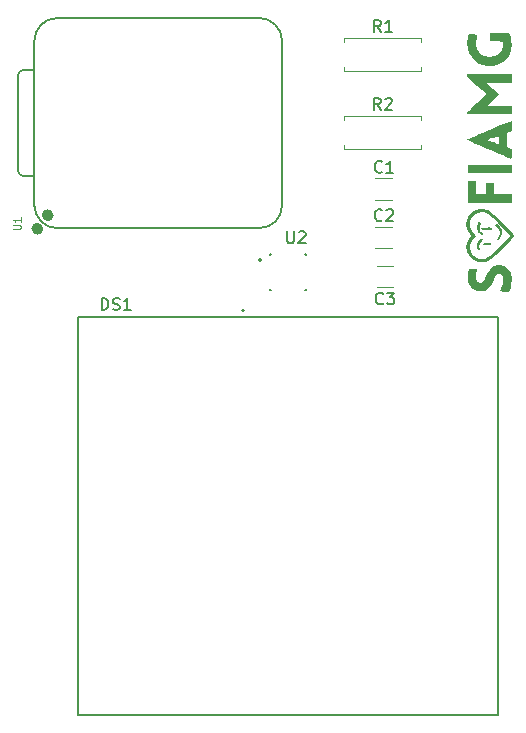
<source format=gbr>
%TF.GenerationSoftware,KiCad,Pcbnew,9.0.2*%
%TF.CreationDate,2025-08-03T00:22:43-03:00*%
%TF.ProjectId,hermes,6865726d-6573-42e6-9b69-6361645f7063,rev?*%
%TF.SameCoordinates,Original*%
%TF.FileFunction,Legend,Top*%
%TF.FilePolarity,Positive*%
%FSLAX46Y46*%
G04 Gerber Fmt 4.6, Leading zero omitted, Abs format (unit mm)*
G04 Created by KiCad (PCBNEW 9.0.2) date 2025-08-03 00:22:43*
%MOMM*%
%LPD*%
G01*
G04 APERTURE LIST*
%ADD10C,0.150000*%
%ADD11C,0.101600*%
%ADD12C,0.120000*%
%ADD13C,0.127000*%
%ADD14C,0.200000*%
%ADD15C,0.100000*%
%ADD16C,0.504000*%
%ADD17C,0.000000*%
G04 APERTURE END LIST*
D10*
X143893333Y-45509580D02*
X143845714Y-45557200D01*
X143845714Y-45557200D02*
X143702857Y-45604819D01*
X143702857Y-45604819D02*
X143607619Y-45604819D01*
X143607619Y-45604819D02*
X143464762Y-45557200D01*
X143464762Y-45557200D02*
X143369524Y-45461961D01*
X143369524Y-45461961D02*
X143321905Y-45366723D01*
X143321905Y-45366723D02*
X143274286Y-45176247D01*
X143274286Y-45176247D02*
X143274286Y-45033390D01*
X143274286Y-45033390D02*
X143321905Y-44842914D01*
X143321905Y-44842914D02*
X143369524Y-44747676D01*
X143369524Y-44747676D02*
X143464762Y-44652438D01*
X143464762Y-44652438D02*
X143607619Y-44604819D01*
X143607619Y-44604819D02*
X143702857Y-44604819D01*
X143702857Y-44604819D02*
X143845714Y-44652438D01*
X143845714Y-44652438D02*
X143893333Y-44700057D01*
X144845714Y-45604819D02*
X144274286Y-45604819D01*
X144560000Y-45604819D02*
X144560000Y-44604819D01*
X144560000Y-44604819D02*
X144464762Y-44747676D01*
X144464762Y-44747676D02*
X144369524Y-44842914D01*
X144369524Y-44842914D02*
X144274286Y-44890533D01*
X143993333Y-56659580D02*
X143945714Y-56707200D01*
X143945714Y-56707200D02*
X143802857Y-56754819D01*
X143802857Y-56754819D02*
X143707619Y-56754819D01*
X143707619Y-56754819D02*
X143564762Y-56707200D01*
X143564762Y-56707200D02*
X143469524Y-56611961D01*
X143469524Y-56611961D02*
X143421905Y-56516723D01*
X143421905Y-56516723D02*
X143374286Y-56326247D01*
X143374286Y-56326247D02*
X143374286Y-56183390D01*
X143374286Y-56183390D02*
X143421905Y-55992914D01*
X143421905Y-55992914D02*
X143469524Y-55897676D01*
X143469524Y-55897676D02*
X143564762Y-55802438D01*
X143564762Y-55802438D02*
X143707619Y-55754819D01*
X143707619Y-55754819D02*
X143802857Y-55754819D01*
X143802857Y-55754819D02*
X143945714Y-55802438D01*
X143945714Y-55802438D02*
X143993333Y-55850057D01*
X144326667Y-55754819D02*
X144945714Y-55754819D01*
X144945714Y-55754819D02*
X144612381Y-56135771D01*
X144612381Y-56135771D02*
X144755238Y-56135771D01*
X144755238Y-56135771D02*
X144850476Y-56183390D01*
X144850476Y-56183390D02*
X144898095Y-56231009D01*
X144898095Y-56231009D02*
X144945714Y-56326247D01*
X144945714Y-56326247D02*
X144945714Y-56564342D01*
X144945714Y-56564342D02*
X144898095Y-56659580D01*
X144898095Y-56659580D02*
X144850476Y-56707200D01*
X144850476Y-56707200D02*
X144755238Y-56754819D01*
X144755238Y-56754819D02*
X144469524Y-56754819D01*
X144469524Y-56754819D02*
X144374286Y-56707200D01*
X144374286Y-56707200D02*
X144326667Y-56659580D01*
X135863095Y-50569819D02*
X135863095Y-51379342D01*
X135863095Y-51379342D02*
X135910714Y-51474580D01*
X135910714Y-51474580D02*
X135958333Y-51522200D01*
X135958333Y-51522200D02*
X136053571Y-51569819D01*
X136053571Y-51569819D02*
X136244047Y-51569819D01*
X136244047Y-51569819D02*
X136339285Y-51522200D01*
X136339285Y-51522200D02*
X136386904Y-51474580D01*
X136386904Y-51474580D02*
X136434523Y-51379342D01*
X136434523Y-51379342D02*
X136434523Y-50569819D01*
X136863095Y-50665057D02*
X136910714Y-50617438D01*
X136910714Y-50617438D02*
X137005952Y-50569819D01*
X137005952Y-50569819D02*
X137244047Y-50569819D01*
X137244047Y-50569819D02*
X137339285Y-50617438D01*
X137339285Y-50617438D02*
X137386904Y-50665057D01*
X137386904Y-50665057D02*
X137434523Y-50760295D01*
X137434523Y-50760295D02*
X137434523Y-50855533D01*
X137434523Y-50855533D02*
X137386904Y-50998390D01*
X137386904Y-50998390D02*
X136815476Y-51569819D01*
X136815476Y-51569819D02*
X137434523Y-51569819D01*
D11*
X112671979Y-50383809D02*
X113186026Y-50383809D01*
X113186026Y-50383809D02*
X113246502Y-50353571D01*
X113246502Y-50353571D02*
X113276741Y-50323333D01*
X113276741Y-50323333D02*
X113306979Y-50262857D01*
X113306979Y-50262857D02*
X113306979Y-50141904D01*
X113306979Y-50141904D02*
X113276741Y-50081428D01*
X113276741Y-50081428D02*
X113246502Y-50051190D01*
X113246502Y-50051190D02*
X113186026Y-50020952D01*
X113186026Y-50020952D02*
X112671979Y-50020952D01*
X113306979Y-49385952D02*
X113306979Y-49748809D01*
X113306979Y-49567381D02*
X112671979Y-49567381D01*
X112671979Y-49567381D02*
X112762693Y-49627857D01*
X112762693Y-49627857D02*
X112823169Y-49688333D01*
X112823169Y-49688333D02*
X112853407Y-49748809D01*
D10*
X143793333Y-33684819D02*
X143460000Y-33208628D01*
X143221905Y-33684819D02*
X143221905Y-32684819D01*
X143221905Y-32684819D02*
X143602857Y-32684819D01*
X143602857Y-32684819D02*
X143698095Y-32732438D01*
X143698095Y-32732438D02*
X143745714Y-32780057D01*
X143745714Y-32780057D02*
X143793333Y-32875295D01*
X143793333Y-32875295D02*
X143793333Y-33018152D01*
X143793333Y-33018152D02*
X143745714Y-33113390D01*
X143745714Y-33113390D02*
X143698095Y-33161009D01*
X143698095Y-33161009D02*
X143602857Y-33208628D01*
X143602857Y-33208628D02*
X143221905Y-33208628D01*
X144745714Y-33684819D02*
X144174286Y-33684819D01*
X144460000Y-33684819D02*
X144460000Y-32684819D01*
X144460000Y-32684819D02*
X144364762Y-32827676D01*
X144364762Y-32827676D02*
X144269524Y-32922914D01*
X144269524Y-32922914D02*
X144174286Y-32970533D01*
X120160714Y-57219819D02*
X120160714Y-56219819D01*
X120160714Y-56219819D02*
X120398809Y-56219819D01*
X120398809Y-56219819D02*
X120541666Y-56267438D01*
X120541666Y-56267438D02*
X120636904Y-56362676D01*
X120636904Y-56362676D02*
X120684523Y-56457914D01*
X120684523Y-56457914D02*
X120732142Y-56648390D01*
X120732142Y-56648390D02*
X120732142Y-56791247D01*
X120732142Y-56791247D02*
X120684523Y-56981723D01*
X120684523Y-56981723D02*
X120636904Y-57076961D01*
X120636904Y-57076961D02*
X120541666Y-57172200D01*
X120541666Y-57172200D02*
X120398809Y-57219819D01*
X120398809Y-57219819D02*
X120160714Y-57219819D01*
X121113095Y-57172200D02*
X121255952Y-57219819D01*
X121255952Y-57219819D02*
X121494047Y-57219819D01*
X121494047Y-57219819D02*
X121589285Y-57172200D01*
X121589285Y-57172200D02*
X121636904Y-57124580D01*
X121636904Y-57124580D02*
X121684523Y-57029342D01*
X121684523Y-57029342D02*
X121684523Y-56934104D01*
X121684523Y-56934104D02*
X121636904Y-56838866D01*
X121636904Y-56838866D02*
X121589285Y-56791247D01*
X121589285Y-56791247D02*
X121494047Y-56743628D01*
X121494047Y-56743628D02*
X121303571Y-56696009D01*
X121303571Y-56696009D02*
X121208333Y-56648390D01*
X121208333Y-56648390D02*
X121160714Y-56600771D01*
X121160714Y-56600771D02*
X121113095Y-56505533D01*
X121113095Y-56505533D02*
X121113095Y-56410295D01*
X121113095Y-56410295D02*
X121160714Y-56315057D01*
X121160714Y-56315057D02*
X121208333Y-56267438D01*
X121208333Y-56267438D02*
X121303571Y-56219819D01*
X121303571Y-56219819D02*
X121541666Y-56219819D01*
X121541666Y-56219819D02*
X121684523Y-56267438D01*
X122636904Y-57219819D02*
X122065476Y-57219819D01*
X122351190Y-57219819D02*
X122351190Y-56219819D01*
X122351190Y-56219819D02*
X122255952Y-56362676D01*
X122255952Y-56362676D02*
X122160714Y-56457914D01*
X122160714Y-56457914D02*
X122065476Y-56505533D01*
X143783333Y-40284819D02*
X143450000Y-39808628D01*
X143211905Y-40284819D02*
X143211905Y-39284819D01*
X143211905Y-39284819D02*
X143592857Y-39284819D01*
X143592857Y-39284819D02*
X143688095Y-39332438D01*
X143688095Y-39332438D02*
X143735714Y-39380057D01*
X143735714Y-39380057D02*
X143783333Y-39475295D01*
X143783333Y-39475295D02*
X143783333Y-39618152D01*
X143783333Y-39618152D02*
X143735714Y-39713390D01*
X143735714Y-39713390D02*
X143688095Y-39761009D01*
X143688095Y-39761009D02*
X143592857Y-39808628D01*
X143592857Y-39808628D02*
X143211905Y-39808628D01*
X144164286Y-39380057D02*
X144211905Y-39332438D01*
X144211905Y-39332438D02*
X144307143Y-39284819D01*
X144307143Y-39284819D02*
X144545238Y-39284819D01*
X144545238Y-39284819D02*
X144640476Y-39332438D01*
X144640476Y-39332438D02*
X144688095Y-39380057D01*
X144688095Y-39380057D02*
X144735714Y-39475295D01*
X144735714Y-39475295D02*
X144735714Y-39570533D01*
X144735714Y-39570533D02*
X144688095Y-39713390D01*
X144688095Y-39713390D02*
X144116667Y-40284819D01*
X144116667Y-40284819D02*
X144735714Y-40284819D01*
X143893333Y-49609580D02*
X143845714Y-49657200D01*
X143845714Y-49657200D02*
X143702857Y-49704819D01*
X143702857Y-49704819D02*
X143607619Y-49704819D01*
X143607619Y-49704819D02*
X143464762Y-49657200D01*
X143464762Y-49657200D02*
X143369524Y-49561961D01*
X143369524Y-49561961D02*
X143321905Y-49466723D01*
X143321905Y-49466723D02*
X143274286Y-49276247D01*
X143274286Y-49276247D02*
X143274286Y-49133390D01*
X143274286Y-49133390D02*
X143321905Y-48942914D01*
X143321905Y-48942914D02*
X143369524Y-48847676D01*
X143369524Y-48847676D02*
X143464762Y-48752438D01*
X143464762Y-48752438D02*
X143607619Y-48704819D01*
X143607619Y-48704819D02*
X143702857Y-48704819D01*
X143702857Y-48704819D02*
X143845714Y-48752438D01*
X143845714Y-48752438D02*
X143893333Y-48800057D01*
X144274286Y-48800057D02*
X144321905Y-48752438D01*
X144321905Y-48752438D02*
X144417143Y-48704819D01*
X144417143Y-48704819D02*
X144655238Y-48704819D01*
X144655238Y-48704819D02*
X144750476Y-48752438D01*
X144750476Y-48752438D02*
X144798095Y-48800057D01*
X144798095Y-48800057D02*
X144845714Y-48895295D01*
X144845714Y-48895295D02*
X144845714Y-48990533D01*
X144845714Y-48990533D02*
X144798095Y-49133390D01*
X144798095Y-49133390D02*
X144226667Y-49704819D01*
X144226667Y-49704819D02*
X144845714Y-49704819D01*
D12*
%TO.C,C1*%
X143348748Y-46090000D02*
X144771252Y-46090000D01*
X143348748Y-47910000D02*
X144771252Y-47910000D01*
%TO.C,C3*%
X143448748Y-53490000D02*
X144871252Y-53490000D01*
X143448748Y-55310000D02*
X144871252Y-55310000D01*
D13*
%TO.C,U2*%
X134450000Y-52500000D02*
X134450000Y-52570000D01*
X134450000Y-52500000D02*
X134520000Y-52500000D01*
X134450000Y-55500000D02*
X134450000Y-55430000D01*
X134450000Y-55500000D02*
X134520000Y-55500000D01*
X137450000Y-52500000D02*
X137380000Y-52500000D01*
X137450000Y-52500000D02*
X137450000Y-52570000D01*
X137450000Y-55500000D02*
X137380000Y-55500000D01*
X137450000Y-55500000D02*
X137450000Y-55430000D01*
D14*
X133665000Y-53000000D02*
G75*
G02*
X133465000Y-53000000I-100000J0D01*
G01*
X133465000Y-53000000D02*
G75*
G02*
X133665000Y-53000000I100000J0D01*
G01*
D13*
%TO.C,U1*%
X113067500Y-45391272D02*
X113067500Y-37396000D01*
X113567500Y-36896000D02*
X114477500Y-36896000D01*
D15*
X114477500Y-34415000D02*
X114477500Y-48385000D01*
D13*
X114477500Y-34415000D02*
X114477500Y-48385000D01*
X114477500Y-45895000D02*
X113567228Y-45891272D01*
X133527500Y-32510000D02*
X116382500Y-32510000D01*
X133527500Y-50290000D02*
X116382500Y-50290000D01*
X135432500Y-48385000D02*
X135432500Y-34415000D01*
X113067500Y-37396000D02*
G75*
G02*
X113567500Y-36896000I500000J0D01*
G01*
X113567228Y-45891272D02*
G75*
G02*
X113067501Y-45391272I291J500018D01*
G01*
X114477500Y-34415000D02*
G75*
G02*
X116382500Y-32510000I1905000J0D01*
G01*
X116382500Y-50290000D02*
G75*
G02*
X114477500Y-48385000I1J1905001D01*
G01*
X133527500Y-32510000D02*
G75*
G02*
X135432500Y-34415000I0J-1905000D01*
G01*
X135432500Y-48385000D02*
G75*
G02*
X133527500Y-50290000I-1905001J1D01*
G01*
D16*
X114970500Y-50350000D02*
G75*
G02*
X114466500Y-50350000I-252000J0D01*
G01*
X114466500Y-50350000D02*
G75*
G02*
X114970500Y-50350000I252000J0D01*
G01*
X115850500Y-49207000D02*
G75*
G02*
X115346500Y-49207000I-252000J0D01*
G01*
X115346500Y-49207000D02*
G75*
G02*
X115850500Y-49207000I252000J0D01*
G01*
D12*
%TO.C,R1*%
X140690000Y-34230000D02*
X147230000Y-34230000D01*
X140690000Y-34560000D02*
X140690000Y-34230000D01*
X140690000Y-36640000D02*
X140690000Y-36970000D01*
X140690000Y-36970000D02*
X147230000Y-36970000D01*
X147230000Y-34230000D02*
X147230000Y-34560000D01*
X147230000Y-36970000D02*
X147230000Y-36640000D01*
D13*
%TO.C,DS1*%
X118200000Y-57800000D02*
X153700000Y-57800000D01*
X118200000Y-91500000D02*
X118200000Y-57800000D01*
X153700000Y-57800000D02*
X153700000Y-91500000D01*
X153700000Y-91500000D02*
X118200000Y-91500000D01*
D14*
X132240000Y-57250000D02*
G75*
G02*
X132040000Y-57250000I-100000J0D01*
G01*
X132040000Y-57250000D02*
G75*
G02*
X132240000Y-57250000I100000J0D01*
G01*
D12*
%TO.C,R2*%
X140680000Y-40830000D02*
X147220000Y-40830000D01*
X140680000Y-41160000D02*
X140680000Y-40830000D01*
X140680000Y-43240000D02*
X140680000Y-43570000D01*
X140680000Y-43570000D02*
X147220000Y-43570000D01*
X147220000Y-40830000D02*
X147220000Y-41160000D01*
X147220000Y-43570000D02*
X147220000Y-43240000D01*
%TO.C,C2*%
X143348748Y-50190000D02*
X144771252Y-50190000D01*
X143348748Y-52010000D02*
X144771252Y-52010000D01*
D17*
%TO.C,G\u002A\u002A\u002A*%
G36*
X154891240Y-45315876D02*
G01*
X154891240Y-45663504D01*
X153037226Y-45663504D01*
X151183211Y-45663504D01*
X151183211Y-45315876D01*
X151183211Y-44968249D01*
X153037226Y-44968249D01*
X154891240Y-44968249D01*
X154891240Y-45315876D01*
G37*
G36*
X153059451Y-51559838D02*
G01*
X153112205Y-51578688D01*
X153129030Y-51615303D01*
X153129927Y-51634827D01*
X153104547Y-51700410D01*
X153015040Y-51738618D01*
X152956113Y-51749295D01*
X152784794Y-51760144D01*
X152621685Y-51746417D01*
X152491481Y-51712982D01*
X152418879Y-51664710D01*
X152411496Y-51641915D01*
X152432173Y-51604957D01*
X152504622Y-51580785D01*
X152644471Y-51565820D01*
X152770711Y-51559638D01*
X152951906Y-51554804D01*
X153059451Y-51559838D01*
G37*
G36*
X151878467Y-46868614D02*
G01*
X151878467Y-47424818D01*
X152272445Y-47424818D01*
X152666423Y-47424818D01*
X152666423Y-46961314D01*
X152666423Y-46497811D01*
X153037226Y-46497811D01*
X153408029Y-46497811D01*
X153408029Y-46961314D01*
X153408029Y-47424818D01*
X154149635Y-47424818D01*
X154891240Y-47424818D01*
X154891240Y-47795621D01*
X154891240Y-48166424D01*
X153037226Y-48166424D01*
X151183211Y-48166424D01*
X151183211Y-47239416D01*
X151183211Y-46312409D01*
X151530839Y-46312409D01*
X151878467Y-46312409D01*
X151878467Y-46868614D01*
G37*
G36*
X153089124Y-50254015D02*
G01*
X153185217Y-50285863D01*
X153221584Y-50338256D01*
X153222627Y-50352021D01*
X153186099Y-50404497D01*
X153161021Y-50417791D01*
X153089112Y-50426959D01*
X152949692Y-50431239D01*
X152767851Y-50430097D01*
X152686451Y-50427924D01*
X152484032Y-50418543D01*
X152357075Y-50404037D01*
X152288352Y-50380730D01*
X152260636Y-50344948D01*
X152258627Y-50336664D01*
X152262722Y-50299541D01*
X152302719Y-50274838D01*
X152394655Y-50258972D01*
X152554567Y-50248357D01*
X152675259Y-50243531D01*
X152922680Y-50240606D01*
X153089124Y-50254015D01*
G37*
G36*
X152401680Y-51180871D02*
G01*
X152411604Y-51256118D01*
X152353299Y-51370379D01*
X152264209Y-51501688D01*
X152183436Y-51617633D01*
X152125731Y-51721052D01*
X152125229Y-51817827D01*
X152148673Y-51893246D01*
X152193969Y-52042127D01*
X152194023Y-52123721D01*
X152148152Y-52152033D01*
X152136022Y-52152555D01*
X152048339Y-52110686D01*
X151974977Y-52002993D01*
X151931036Y-51856352D01*
X151924817Y-51776677D01*
X151950067Y-51639041D01*
X152015338Y-51483449D01*
X152104911Y-51334912D01*
X152203065Y-51218437D01*
X152294082Y-51159034D01*
X152314933Y-51156022D01*
X152401680Y-51180871D01*
G37*
G36*
X153665581Y-49963784D02*
G01*
X153770933Y-50056890D01*
X153884028Y-50184503D01*
X153984990Y-50324075D01*
X154053943Y-50453054D01*
X154056388Y-50459331D01*
X154097912Y-50631022D01*
X154080148Y-50801253D01*
X154016353Y-50972111D01*
X153911148Y-51161016D01*
X153802182Y-51280036D01*
X153705995Y-51318249D01*
X153650415Y-51285524D01*
X153645924Y-51206923D01*
X153689451Y-51111803D01*
X153732677Y-51063145D01*
X153806435Y-50962395D01*
X153866692Y-50824368D01*
X153873310Y-50801792D01*
X153891732Y-50632131D01*
X153843597Y-50474596D01*
X153721028Y-50309615D01*
X153643919Y-50231931D01*
X153543962Y-50113093D01*
X153503530Y-50012193D01*
X153525626Y-49945515D01*
X153587847Y-49927738D01*
X153665581Y-49963784D01*
G37*
G36*
X152188176Y-49785154D02*
G01*
X152259415Y-49853320D01*
X152272117Y-49880356D01*
X152272823Y-49977800D01*
X152239661Y-50108862D01*
X152228138Y-50138572D01*
X152172486Y-50294417D01*
X152169147Y-50405454D01*
X152225065Y-50507716D01*
X152318795Y-50609088D01*
X152429465Y-50728409D01*
X152474730Y-50805679D01*
X152461480Y-50856869D01*
X152434766Y-50877861D01*
X152358556Y-50876865D01*
X152250826Y-50822671D01*
X152139117Y-50733537D01*
X152050967Y-50627717D01*
X152046647Y-50620592D01*
X152003202Y-50512567D01*
X151983438Y-50362945D01*
X151984166Y-50147225D01*
X151984366Y-50142119D01*
X151994664Y-49970392D01*
X152009185Y-49836912D01*
X152025057Y-49766863D01*
X152027551Y-49763203D01*
X152097544Y-49748723D01*
X152188176Y-49785154D01*
G37*
G36*
X154891240Y-37644891D02*
G01*
X154891240Y-38015694D01*
X153836770Y-38016731D01*
X152782299Y-38017768D01*
X153289408Y-38494723D01*
X153796518Y-38971678D01*
X153289408Y-39465489D01*
X152782299Y-39959300D01*
X153836770Y-39960854D01*
X154891240Y-39962409D01*
X154891240Y-40310037D01*
X154891240Y-40657665D01*
X152990875Y-40657665D01*
X152521591Y-40657537D01*
X152136658Y-40656891D01*
X151827728Y-40655331D01*
X151586453Y-40652463D01*
X151404483Y-40647892D01*
X151273471Y-40641223D01*
X151185066Y-40632061D01*
X151130921Y-40620010D01*
X151102687Y-40604677D01*
X151092014Y-40585667D01*
X151090511Y-40567777D01*
X151125983Y-40504178D01*
X151230483Y-40384973D01*
X151401131Y-40213063D01*
X151635052Y-39991350D01*
X151922319Y-39729077D01*
X152754127Y-38980265D01*
X151922319Y-38232443D01*
X151638097Y-37974331D01*
X151419625Y-37769683D01*
X151261314Y-37612766D01*
X151157574Y-37497849D01*
X151102815Y-37419198D01*
X151090511Y-37379355D01*
X151090511Y-37274088D01*
X152990875Y-37274088D01*
X154891240Y-37274088D01*
X154891240Y-37644891D01*
G37*
G36*
X153859945Y-33761978D02*
G01*
X154682664Y-33774635D01*
X154785311Y-34075913D01*
X154865592Y-34424893D01*
X154886144Y-34800660D01*
X154846414Y-35164685D01*
X154803342Y-35331593D01*
X154640571Y-35697076D01*
X154408749Y-36006770D01*
X154116891Y-36254881D01*
X153774013Y-36435609D01*
X153389130Y-36543158D01*
X152971259Y-36571729D01*
X152881745Y-36567264D01*
X152476263Y-36501678D01*
X152121215Y-36362441D01*
X151804968Y-36144756D01*
X151759626Y-36104554D01*
X151494966Y-35801619D01*
X151300862Y-35447472D01*
X151180907Y-35055005D01*
X151138695Y-34637113D01*
X151177819Y-34206690D01*
X151200624Y-34099088D01*
X151255488Y-33867336D01*
X151509039Y-33879180D01*
X151726368Y-33893197D01*
X151864552Y-33914193D01*
X151937127Y-33947217D01*
X151957631Y-33997317D01*
X151948882Y-34043252D01*
X151930668Y-34137204D01*
X151911486Y-34293179D01*
X151894970Y-34480614D01*
X151892355Y-34518456D01*
X151883417Y-34725761D01*
X151892199Y-34877124D01*
X151923329Y-35008371D01*
X151971700Y-35132936D01*
X152135345Y-35407632D01*
X152357715Y-35611421D01*
X152635272Y-35742077D01*
X152964477Y-35797371D01*
X153029760Y-35799154D01*
X153353167Y-35760465D01*
X153638047Y-35644983D01*
X153873407Y-35461139D01*
X154048253Y-35217362D01*
X154147406Y-34942034D01*
X154171028Y-34785325D01*
X154174029Y-34648221D01*
X154167928Y-34605994D01*
X154152857Y-34558226D01*
X154125238Y-34526279D01*
X154068743Y-34506972D01*
X153967042Y-34497122D01*
X153803806Y-34493547D01*
X153588405Y-34493066D01*
X153037226Y-34493066D01*
X153037226Y-34121194D01*
X153037226Y-33749321D01*
X153859945Y-33761978D01*
G37*
G36*
X154891240Y-41631180D02*
G01*
X154891240Y-42040509D01*
X154681400Y-42120647D01*
X154471559Y-42200786D01*
X154484411Y-42827081D01*
X154497262Y-43453376D01*
X154694251Y-43525135D01*
X154891240Y-43596895D01*
X154891240Y-44008332D01*
X154886932Y-44188366D01*
X154875396Y-44324734D01*
X154858714Y-44397646D01*
X154849559Y-44404319D01*
X154666775Y-44334564D01*
X154429499Y-44240939D01*
X154148016Y-44127758D01*
X153832609Y-43999336D01*
X153763775Y-43971044D01*
X153493563Y-43859984D01*
X153141161Y-43714018D01*
X152785687Y-43565751D01*
X152437426Y-43419495D01*
X152106661Y-43279565D01*
X151803676Y-43150274D01*
X151538756Y-43035936D01*
X151322184Y-42940865D01*
X151164244Y-42869373D01*
X151075221Y-42825774D01*
X151059173Y-42814463D01*
X151061473Y-42812906D01*
X152859600Y-42812906D01*
X152882418Y-42841673D01*
X152965849Y-42883392D01*
X152972860Y-42886188D01*
X153077749Y-42925527D01*
X153225068Y-42978486D01*
X153390620Y-43036670D01*
X153550211Y-43091685D01*
X153679644Y-43135136D01*
X153754723Y-43158629D01*
X153763775Y-43160584D01*
X153770980Y-43118017D01*
X153776307Y-43005438D01*
X153778769Y-42845531D01*
X153778832Y-42813789D01*
X153778832Y-42466994D01*
X153329532Y-42629633D01*
X153140587Y-42699231D01*
X152986564Y-42758231D01*
X152886823Y-42799082D01*
X152859600Y-42812906D01*
X151061473Y-42812906D01*
X151105020Y-42783429D01*
X151223066Y-42724981D01*
X151399192Y-42645514D01*
X151619283Y-42551427D01*
X151835477Y-42462682D01*
X152101003Y-42355457D01*
X152428876Y-42222758D01*
X152795604Y-42074113D01*
X153177693Y-41919045D01*
X153551651Y-41767082D01*
X153744069Y-41688798D01*
X154891240Y-41221852D01*
X154891240Y-41631180D01*
G37*
G36*
X153936741Y-53442668D02*
G01*
X154207848Y-53516314D01*
X154455003Y-53653756D01*
X154660721Y-53846857D01*
X154807516Y-54087478D01*
X154845959Y-54195700D01*
X154885298Y-54432190D01*
X154889973Y-54718153D01*
X154861931Y-55017895D01*
X154803118Y-55295721D01*
X154782396Y-55361815D01*
X154727377Y-55517860D01*
X154682555Y-55635174D01*
X154657032Y-55690027D01*
X154656129Y-55690979D01*
X154604121Y-55693582D01*
X154483259Y-55685712D01*
X154316590Y-55669031D01*
X154260444Y-55662477D01*
X153884574Y-55617174D01*
X153989645Y-55426014D01*
X154073176Y-55232951D01*
X154138065Y-55006007D01*
X154176870Y-54780299D01*
X154182145Y-54590946D01*
X154176071Y-54546449D01*
X154104317Y-54357188D01*
X153982004Y-54221938D01*
X153867284Y-54168423D01*
X153725526Y-54179650D01*
X153585975Y-54278664D01*
X153453526Y-54460594D01*
X153346028Y-54687190D01*
X153175625Y-55045469D01*
X152981846Y-55316390D01*
X152760926Y-55503200D01*
X152509103Y-55609142D01*
X152243499Y-55637933D01*
X151916346Y-55594495D01*
X151641803Y-55478450D01*
X151424032Y-55296224D01*
X151267198Y-55054244D01*
X151175462Y-54758936D01*
X151152988Y-54416726D01*
X151203940Y-54034041D01*
X151204085Y-54033389D01*
X151248203Y-53851724D01*
X151285326Y-53746196D01*
X151322703Y-53701341D01*
X151360627Y-53699515D01*
X151447637Y-53716289D01*
X151590716Y-53737137D01*
X151709043Y-53751730D01*
X151859584Y-53771862D01*
X151936917Y-53795100D01*
X151960246Y-53831841D01*
X151951527Y-53882990D01*
X151875131Y-54198354D01*
X151846448Y-54444489D01*
X151866041Y-54631978D01*
X151934470Y-54771406D01*
X152002317Y-54838868D01*
X152159689Y-54921622D01*
X152309182Y-54914964D01*
X152451962Y-54818093D01*
X152589192Y-54630205D01*
X152722037Y-54350499D01*
X152726181Y-54340142D01*
X152869646Y-54051377D01*
X153049285Y-53800938D01*
X153248869Y-53608812D01*
X153392614Y-53519315D01*
X153659168Y-53440956D01*
X153936741Y-53442668D01*
G37*
G36*
X152807460Y-48727234D02*
G01*
X152944525Y-48786459D01*
X153055559Y-48859315D01*
X153211729Y-48984116D01*
X153403097Y-49150902D01*
X153619725Y-49349712D01*
X153851675Y-49570586D01*
X154089010Y-49803563D01*
X154321791Y-50038683D01*
X154540080Y-50265986D01*
X154733939Y-50475512D01*
X154893431Y-50657299D01*
X155008617Y-50801387D01*
X155069560Y-50897817D01*
X155076642Y-50923388D01*
X155061325Y-50974866D01*
X155011578Y-51053429D01*
X154921705Y-51165528D01*
X154786011Y-51317616D01*
X154598800Y-51516144D01*
X154354377Y-51767565D01*
X154138047Y-51986698D01*
X153820284Y-52304901D01*
X153556607Y-52562042D01*
X153337561Y-52764557D01*
X153153694Y-52918885D01*
X152995551Y-53031463D01*
X152853679Y-53108728D01*
X152718626Y-53157119D01*
X152580936Y-53183071D01*
X152431157Y-53193023D01*
X152365146Y-53193969D01*
X152363410Y-53193772D01*
X152012222Y-53153978D01*
X151702724Y-53033504D01*
X151442915Y-52836859D01*
X151239057Y-52568353D01*
X151135920Y-52347805D01*
X151082342Y-52165854D01*
X151049286Y-51978756D01*
X151047149Y-51944941D01*
X151352578Y-51944941D01*
X151401720Y-52222381D01*
X151523118Y-52469125D01*
X151706677Y-52672218D01*
X151942301Y-52818709D01*
X152219893Y-52895644D01*
X152363410Y-52904079D01*
X152495305Y-52896884D01*
X152618205Y-52873300D01*
X152741624Y-52826566D01*
X152875078Y-52749922D01*
X153028079Y-52636608D01*
X153210142Y-52479862D01*
X153430782Y-52272926D01*
X153699513Y-52009037D01*
X153886574Y-51821781D01*
X154759097Y-50944469D01*
X154482814Y-50633092D01*
X154355402Y-50494856D01*
X154178919Y-50310789D01*
X153971251Y-50099170D01*
X153750283Y-49878281D01*
X153596473Y-49727155D01*
X153320166Y-49464343D01*
X153092212Y-49264383D01*
X152900618Y-49119760D01*
X152733389Y-49022955D01*
X152578535Y-48966451D01*
X152424062Y-48942732D01*
X152341970Y-48940833D01*
X152056815Y-48986346D01*
X151804958Y-49106383D01*
X151597599Y-49287112D01*
X151445935Y-49514700D01*
X151361164Y-49775315D01*
X151354484Y-50055126D01*
X151369638Y-50141895D01*
X151428420Y-50342427D01*
X151516179Y-50509040D01*
X151653495Y-50677083D01*
X151722799Y-50748518D01*
X151816933Y-50852839D01*
X151849614Y-50925844D01*
X151832230Y-50993559D01*
X151831009Y-50995865D01*
X151775501Y-51068097D01*
X151740144Y-51086497D01*
X151673675Y-51125906D01*
X151589440Y-51228295D01*
X151502387Y-51369908D01*
X151427460Y-51526986D01*
X151385788Y-51649758D01*
X151352578Y-51944941D01*
X151047149Y-51944941D01*
X151044160Y-51897628D01*
X151072932Y-51671692D01*
X151148978Y-51420881D01*
X151256894Y-51188619D01*
X151339635Y-51064659D01*
X151450394Y-50926944D01*
X151336565Y-50777707D01*
X151207136Y-50561833D01*
X151106946Y-50307007D01*
X151050954Y-50055470D01*
X151044160Y-49952154D01*
X151077099Y-49702360D01*
X151165803Y-49433424D01*
X151295108Y-49185891D01*
X151368618Y-49084790D01*
X151594000Y-48880913D01*
X151870946Y-48739362D01*
X152179086Y-48663995D01*
X152498047Y-48658666D01*
X152807460Y-48727234D01*
G37*
%TD*%
M02*

</source>
